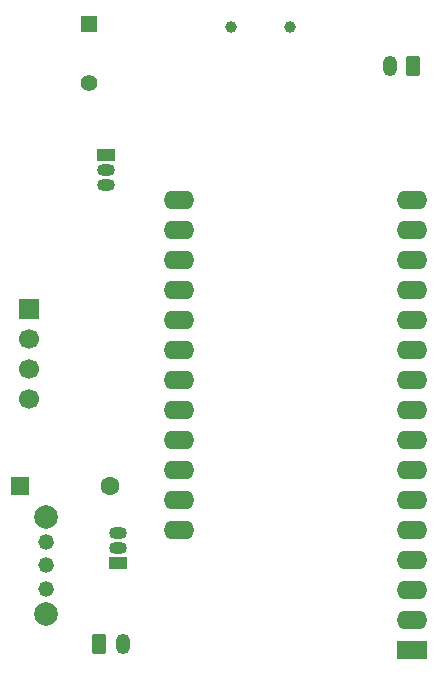
<source format=gbs>
G04 #@! TF.GenerationSoftware,KiCad,Pcbnew,9.0.2*
G04 #@! TF.CreationDate,2025-06-13T16:41:38+02:00*
G04 #@! TF.ProjectId,SenseMatePCB,53656e73-654d-4617-9465-5043422e6b69,rev?*
G04 #@! TF.SameCoordinates,Original*
G04 #@! TF.FileFunction,Soldermask,Bot*
G04 #@! TF.FilePolarity,Negative*
%FSLAX46Y46*%
G04 Gerber Fmt 4.6, Leading zero omitted, Abs format (unit mm)*
G04 Created by KiCad (PCBNEW 9.0.2) date 2025-06-13 16:41:38*
%MOMM*%
%LPD*%
G01*
G04 APERTURE LIST*
G04 Aperture macros list*
%AMRoundRect*
0 Rectangle with rounded corners*
0 $1 Rounding radius*
0 $2 $3 $4 $5 $6 $7 $8 $9 X,Y pos of 4 corners*
0 Add a 4 corners polygon primitive as box body*
4,1,4,$2,$3,$4,$5,$6,$7,$8,$9,$2,$3,0*
0 Add four circle primitives for the rounded corners*
1,1,$1+$1,$2,$3*
1,1,$1+$1,$4,$5*
1,1,$1+$1,$6,$7*
1,1,$1+$1,$8,$9*
0 Add four rect primitives between the rounded corners*
20,1,$1+$1,$2,$3,$4,$5,0*
20,1,$1+$1,$4,$5,$6,$7,0*
20,1,$1+$1,$6,$7,$8,$9,0*
20,1,$1+$1,$8,$9,$2,$3,0*%
G04 Aperture macros list end*
%ADD10C,1.000000*%
%ADD11RoundRect,0.250000X-0.550000X-0.550000X0.550000X-0.550000X0.550000X0.550000X-0.550000X0.550000X0*%
%ADD12C,1.600000*%
%ADD13C,1.320800*%
%ADD14C,2.006600*%
%ADD15RoundRect,0.250000X1.050000X0.550000X-1.050000X0.550000X-1.050000X-0.550000X1.050000X-0.550000X0*%
%ADD16O,2.600000X1.600000*%
%ADD17RoundRect,0.250000X-0.350000X-0.625000X0.350000X-0.625000X0.350000X0.625000X-0.350000X0.625000X0*%
%ADD18O,1.200000X1.750000*%
%ADD19R,1.500000X1.050000*%
%ADD20O,1.500000X1.050000*%
%ADD21R,1.422400X1.422400*%
%ADD22C,1.422400*%
%ADD23RoundRect,0.250000X0.350000X0.625000X-0.350000X0.625000X-0.350000X-0.625000X0.350000X-0.625000X0*%
%ADD24R,1.700000X1.700000*%
%ADD25C,1.700000*%
G04 APERTURE END LIST*
D10*
X100100000Y-52650000D03*
X105100000Y-52650000D03*
D11*
X82190000Y-91500000D03*
D12*
X89810000Y-91500000D03*
D13*
X84400000Y-96199999D03*
X84400000Y-98199999D03*
X84400000Y-100200000D03*
D14*
X84400000Y-94100000D03*
X84400000Y-102299998D03*
D15*
X115413900Y-105417001D03*
D16*
X115413900Y-102877001D03*
X115413900Y-100337001D03*
X115413900Y-97797001D03*
X115413900Y-95257001D03*
X115413900Y-92717001D03*
X115413900Y-90177001D03*
X115413900Y-87637001D03*
X115413900Y-85097001D03*
X115413900Y-82557001D03*
X115413900Y-80017001D03*
X115413900Y-77477001D03*
X115413900Y-74937001D03*
X115413900Y-72397001D03*
X115413900Y-69857001D03*
X115413900Y-67317001D03*
X95693900Y-67317001D03*
X95693900Y-69857001D03*
X95693900Y-72397001D03*
X95693900Y-74937001D03*
X95693900Y-77477001D03*
X95693900Y-80017001D03*
X95693900Y-82557001D03*
X95693900Y-85097001D03*
X95693900Y-87637001D03*
X95693900Y-90177001D03*
X95693900Y-92717001D03*
X95693900Y-95257001D03*
D17*
X88900000Y-104900000D03*
D18*
X90900000Y-104900000D03*
D19*
X90500000Y-98000000D03*
D20*
X90500000Y-96730000D03*
X90500000Y-95460000D03*
D19*
X89500000Y-63500000D03*
D20*
X89500000Y-64770000D03*
X89500000Y-66040000D03*
D21*
X88000000Y-52400000D03*
D22*
X88000000Y-57400000D03*
D23*
X115500000Y-55950000D03*
D18*
X113500000Y-55950000D03*
D24*
X83000000Y-76500000D03*
D25*
X83000000Y-79040000D03*
X83000000Y-81580000D03*
X83000000Y-84120000D03*
M02*

</source>
